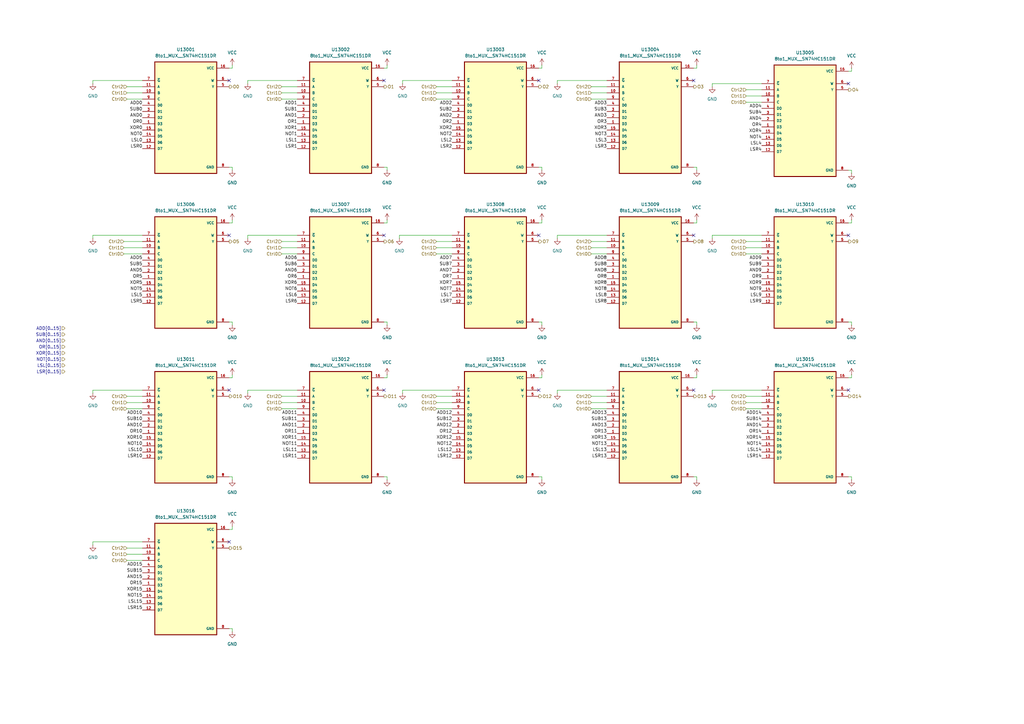
<source format=kicad_sch>
(kicad_sch (version 20250114) (generator "eeschema") (generator_version "9.0")
  (paper "A3")
  (title_block (title "ALU Output Multiplexer") (company "AGH Logic Unit") (comment 1 "mALUch project"))
  (lib_symbols
    (symbol "mALUch_lib:8to1_MUX__SN74HC151DR" (pin_names (offset 1.016))
      (property "Reference" "U" (at -12.7 23.86 0))
      (property "Value" "8to1_MUX__SN74HC151DR" (at -12.7 -26.86 0))
      (symbol "8to1_MUX__SN74HC151DR_0_0"
        (rectangle (start -12.7 -22.86) (end 12.7 22.86) (stroke (width 0.41)) (fill (type background)))
        (pin input line (at -17.78 15.24 0) (length 5.08) (name "~{G}") (number "7"))
        (pin input line (at -17.78 12.7 0) (length 5.08) (name "A") (number "11"))
        (pin input line (at -17.78 10.16 0) (length 5.08) (name "B") (number "10"))
        (pin input line (at -17.78 7.62 0) (length 5.08) (name "C") (number "9"))
        (pin input line (at -17.78 5.08 0) (length 5.08) (name "D0") (number "4"))
        (pin input line (at -17.78 2.54 0) (length 5.08) (name "D1") (number "3"))
        (pin input line (at -17.78 0 0) (length 5.08) (name "D2") (number "2"))
        (pin input line (at -17.78 -2.54 0) (length 5.08) (name "D3") (number "1"))
        (pin input line (at -17.78 -5.08 0) (length 5.08) (name "D4") (number "15"))
        (pin input line (at -17.78 -7.62 0) (length 5.08) (name "D5") (number "14"))
        (pin input line (at -17.78 -10.16 0) (length 5.08) (name "D6") (number "13"))
        (pin input line (at -17.78 -12.7 0) (length 5.08) (name "D7") (number "12"))
        (pin power_in line (at 17.78 20.32 180) (length 5.08) (name "VCC") (number "16"))
        (pin output line (at 17.78 15.24 180) (length 5.08) (name "W") (number "6"))
        (pin output line (at 17.78 12.7 180) (length 5.08) (name "Y") (number "5"))
        (pin power_in line (at 17.78 -20.32 180) (length 5.08) (name "GND") (number "8"))
      )
    )
    (symbol "power:GND" (power) (pin_numbers (hide yes)) (pin_names (offset 0) (hide yes))
      (property "Value" "GND" (at 0 -3.81 0))
      (symbol "GND_0_1"
        (polyline (pts (xy 0 0) (xy 0 -1.27) (xy 1.27 -1.27) (xy 0 -2.54) (xy -1.27 -1.27) (xy 0 -1.27)))
      )
      (symbol "GND_1_1"
        (pin power_in line (at 0 0 270) (length 0) (name "~") (number "1"))
      )
    )
    (symbol "power:VCC" (power) (pin_numbers (hide yes)) (pin_names (offset 0) (hide yes))
      (property "Value" "VCC" (at 0 3.556 0))
      (symbol "VCC_0_1"
        (polyline (pts (xy -0.762 1.27) (xy 0 2.54)))
        (polyline (pts (xy 0 2.54) (xy 0.762 1.27)))
        (polyline (pts (xy 0 0) (xy 0 2.54)))
      )
      (symbol "VCC_1_1"
        (pin power_in line (at 0 0 90) (length 0) (name "~") (number "1"))
      )
    )
  )
  (no_connect (at 93.98 96.52))
  (no_connect (at 93.98 222.25))
  (no_connect (at 284.48 33.02))
  (no_connect (at 347.98 34.29))
  (no_connect (at 347.98 96.52))
  (no_connect (at 93.98 160.02))
  (no_connect (at 284.48 160.02))
  (no_connect (at 157.48 96.52))
  (no_connect (at 93.98 33.02))
  (no_connect (at 220.98 160.02))
  (no_connect (at 284.48 96.52))
  (no_connect (at 347.98 160.02))
  (no_connect (at 220.98 96.52))
  (no_connect (at 157.48 33.02))
  (no_connect (at 220.98 33.02))
  (no_connect (at 157.48 160.02))
  (wire (pts (xy 285.75 196.85) (xy 285.75 195.58)))
  (wire (pts (xy 95.25 153.67) (xy 95.25 154.94)))
  (wire (pts (xy 95.25 154.94) (xy 93.98 154.94)))
  (wire (pts (xy 179.07 165.1) (xy 185.42 165.1)))
  (wire (pts (xy 101.6 97.79) (xy 101.6 96.52)))
  (wire (pts (xy 349.25 132.08) (xy 347.98 132.08)))
  (wire (pts (xy 95.25 132.08) (xy 93.98 132.08)))
  (wire (pts (xy 228.6 33.02) (xy 248.92 33.02)))
  (wire (pts (xy 306.07 162.56) (xy 312.42 162.56)))
  (wire (pts (xy 349.25 91.44) (xy 347.98 91.44)))
  (wire (pts (xy 285.75 90.17) (xy 285.75 91.44)))
  (wire (pts (xy 52.07 38.1) (xy 58.42 38.1)))
  (wire (pts (xy 242.57 101.6) (xy 248.92 101.6)))
  (wire (pts (xy 95.25 90.17) (xy 95.25 91.44)))
  (wire (pts (xy 349.25 196.85) (xy 349.25 195.58)))
  (wire (pts (xy 52.07 227.33) (xy 58.42 227.33)))
  (wire (pts (xy 95.25 91.44) (xy 93.98 91.44)))
  (wire (pts (xy 101.6 160.02) (xy 121.92 160.02)))
  (wire (pts (xy 95.25 26.67) (xy 95.25 27.94)))
  (wire (pts (xy 52.07 40.64) (xy 58.42 40.64)))
  (wire (pts (xy 222.25 27.94) (xy 220.98 27.94)))
  (wire (pts (xy 349.25 29.21) (xy 347.98 29.21)))
  (wire (pts (xy 158.75 69.85) (xy 158.75 68.58)))
  (wire (pts (xy 306.07 41.91) (xy 312.42 41.91)))
  (wire (pts (xy 228.6 160.02) (xy 248.92 160.02)))
  (wire (pts (xy 115.57 99.06) (xy 121.92 99.06)))
  (wire (pts (xy 115.57 38.1) (xy 121.92 38.1)))
  (wire (pts (xy 306.07 165.1) (xy 312.42 165.1)))
  (wire (pts (xy 158.75 195.58) (xy 157.48 195.58)))
  (wire (pts (xy 228.6 161.29) (xy 228.6 160.02)))
  (wire (pts (xy 38.1 96.52) (xy 58.42 96.52)))
  (wire (pts (xy 349.25 71.12) (xy 349.25 69.85)))
  (wire (pts (xy 95.25 27.94) (xy 93.98 27.94)))
  (wire (pts (xy 158.75 196.85) (xy 158.75 195.58)))
  (wire (pts (xy 285.75 154.94) (xy 284.48 154.94)))
  (wire (pts (xy 163.83 96.52) (xy 185.42 96.52)))
  (wire (pts (xy 306.07 101.6) (xy 312.42 101.6)))
  (wire (pts (xy 165.1 34.29) (xy 165.1 33.02)))
  (wire (pts (xy 158.75 26.67) (xy 158.75 27.94)))
  (wire (pts (xy 158.75 153.67) (xy 158.75 154.94)))
  (wire (pts (xy 158.75 68.58) (xy 157.48 68.58)))
  (wire (pts (xy 101.6 33.02) (xy 121.92 33.02)))
  (wire (pts (xy 38.1 222.25) (xy 58.42 222.25)))
  (wire (pts (xy 115.57 40.64) (xy 121.92 40.64)))
  (wire (pts (xy 52.07 229.87) (xy 58.42 229.87)))
  (wire (pts (xy 50.8 104.14) (xy 58.42 104.14)))
  (wire (pts (xy 158.75 91.44) (xy 157.48 91.44)))
  (wire (pts (xy 38.1 97.79) (xy 38.1 96.52)))
  (wire (pts (xy 52.07 224.79) (xy 58.42 224.79)))
  (wire (pts (xy 52.07 162.56) (xy 58.42 162.56)))
  (wire (pts (xy 349.25 133.35) (xy 349.25 132.08)))
  (wire (pts (xy 285.75 26.67) (xy 285.75 27.94)))
  (wire (pts (xy 101.6 34.29) (xy 101.6 33.02)))
  (wire (pts (xy 222.25 90.17) (xy 222.25 91.44)))
  (wire (pts (xy 95.25 195.58) (xy 93.98 195.58)))
  (wire (pts (xy 95.25 196.85) (xy 95.25 195.58)))
  (wire (pts (xy 50.8 99.06) (xy 58.42 99.06)))
  (wire (pts (xy 306.07 36.83) (xy 312.42 36.83)))
  (wire (pts (xy 179.07 38.1) (xy 185.42 38.1)))
  (wire (pts (xy 38.1 34.29) (xy 38.1 33.02)))
  (wire (pts (xy 292.1 160.02) (xy 312.42 160.02)))
  (wire (pts (xy 242.57 99.06) (xy 248.92 99.06)))
  (wire (pts (xy 306.07 167.64) (xy 312.42 167.64)))
  (wire (pts (xy 38.1 160.02) (xy 58.42 160.02)))
  (wire (pts (xy 179.07 35.56) (xy 185.42 35.56)))
  (wire (pts (xy 222.25 132.08) (xy 220.98 132.08)))
  (wire (pts (xy 222.25 69.85) (xy 222.25 68.58)))
  (wire (pts (xy 228.6 97.79) (xy 228.6 96.52)))
  (wire (pts (xy 95.25 259.08) (xy 95.25 257.81)))
  (wire (pts (xy 242.57 38.1) (xy 248.92 38.1)))
  (wire (pts (xy 115.57 162.56) (xy 121.92 162.56)))
  (wire (pts (xy 222.25 154.94) (xy 220.98 154.94)))
  (wire (pts (xy 95.25 217.17) (xy 93.98 217.17)))
  (wire (pts (xy 179.07 101.6) (xy 185.42 101.6)))
  (wire (pts (xy 285.75 68.58) (xy 284.48 68.58)))
  (wire (pts (xy 349.25 27.94) (xy 349.25 29.21)))
  (wire (pts (xy 158.75 132.08) (xy 157.48 132.08)))
  (wire (pts (xy 285.75 69.85) (xy 285.75 68.58)))
  (wire (pts (xy 228.6 34.29) (xy 228.6 33.02)))
  (wire (pts (xy 242.57 104.14) (xy 248.92 104.14)))
  (wire (pts (xy 95.25 257.81) (xy 93.98 257.81)))
  (wire (pts (xy 101.6 96.52) (xy 121.92 96.52)))
  (wire (pts (xy 222.25 196.85) (xy 222.25 195.58)))
  (wire (pts (xy 95.25 69.85) (xy 95.25 68.58)))
  (wire (pts (xy 38.1 161.29) (xy 38.1 160.02)))
  (wire (pts (xy 349.25 153.67) (xy 349.25 154.94)))
  (wire (pts (xy 222.25 195.58) (xy 220.98 195.58)))
  (wire (pts (xy 292.1 96.52) (xy 312.42 96.52)))
  (wire (pts (xy 242.57 162.56) (xy 248.92 162.56)))
  (wire (pts (xy 165.1 33.02) (xy 185.42 33.02)))
  (wire (pts (xy 179.07 104.14) (xy 185.42 104.14)))
  (wire (pts (xy 115.57 104.14) (xy 121.92 104.14)))
  (wire (pts (xy 292.1 35.56) (xy 292.1 34.29)))
  (wire (pts (xy 285.75 132.08) (xy 284.48 132.08)))
  (wire (pts (xy 38.1 33.02) (xy 58.42 33.02)))
  (wire (pts (xy 242.57 35.56) (xy 248.92 35.56)))
  (wire (pts (xy 179.07 167.64) (xy 185.42 167.64)))
  (wire (pts (xy 95.25 68.58) (xy 93.98 68.58)))
  (wire (pts (xy 349.25 90.17) (xy 349.25 91.44)))
  (wire (pts (xy 285.75 133.35) (xy 285.75 132.08)))
  (wire (pts (xy 179.07 99.06) (xy 185.42 99.06)))
  (wire (pts (xy 242.57 40.64) (xy 248.92 40.64)))
  (wire (pts (xy 306.07 104.14) (xy 312.42 104.14)))
  (wire (pts (xy 115.57 101.6) (xy 121.92 101.6)))
  (wire (pts (xy 285.75 91.44) (xy 284.48 91.44)))
  (wire (pts (xy 349.25 195.58) (xy 347.98 195.58)))
  (wire (pts (xy 222.25 68.58) (xy 220.98 68.58)))
  (wire (pts (xy 292.1 34.29) (xy 312.42 34.29)))
  (wire (pts (xy 306.07 99.06) (xy 312.42 99.06)))
  (wire (pts (xy 158.75 90.17) (xy 158.75 91.44)))
  (wire (pts (xy 52.07 165.1) (xy 58.42 165.1)))
  (wire (pts (xy 242.57 167.64) (xy 248.92 167.64)))
  (wire (pts (xy 285.75 153.67) (xy 285.75 154.94)))
  (wire (pts (xy 306.07 39.37) (xy 312.42 39.37)))
  (wire (pts (xy 158.75 133.35) (xy 158.75 132.08)))
  (wire (pts (xy 349.25 69.85) (xy 347.98 69.85)))
  (wire (pts (xy 52.07 35.56) (xy 58.42 35.56)))
  (wire (pts (xy 52.07 167.64) (xy 58.42 167.64)))
  (wire (pts (xy 165.1 160.02) (xy 185.42 160.02)))
  (wire (pts (xy 292.1 97.79) (xy 292.1 96.52)))
  (wire (pts (xy 222.25 26.67) (xy 222.25 27.94)))
  (wire (pts (xy 222.25 91.44) (xy 220.98 91.44)))
  (wire (pts (xy 222.25 133.35) (xy 222.25 132.08)))
  (wire (pts (xy 285.75 195.58) (xy 284.48 195.58)))
  (wire (pts (xy 50.8 101.6) (xy 58.42 101.6)))
  (wire (pts (xy 222.25 153.67) (xy 222.25 154.94)))
  (wire (pts (xy 179.07 40.64) (xy 185.42 40.64)))
  (wire (pts (xy 95.25 215.9) (xy 95.25 217.17)))
  (wire (pts (xy 285.75 27.94) (xy 284.48 27.94)))
  (wire (pts (xy 163.83 97.79) (xy 163.83 96.52)))
  (wire (pts (xy 95.25 133.35) (xy 95.25 132.08)))
  (wire (pts (xy 349.25 154.94) (xy 347.98 154.94)))
  (wire (pts (xy 38.1 223.52) (xy 38.1 222.25)))
  (wire (pts (xy 292.1 161.29) (xy 292.1 160.02)))
  (wire (pts (xy 179.07 162.56) (xy 185.42 162.56)))
  (wire (pts (xy 115.57 35.56) (xy 121.92 35.56)))
  (wire (pts (xy 115.57 167.64) (xy 121.92 167.64)))
  (wire (pts (xy 158.75 27.94) (xy 157.48 27.94)))
  (wire (pts (xy 165.1 161.29) (xy 165.1 160.02)))
  (wire (pts (xy 115.57 165.1) (xy 121.92 165.1)))
  (wire (pts (xy 228.6 96.52) (xy 248.92 96.52)))
  (wire (pts (xy 101.6 161.29) (xy 101.6 160.02)))
  (wire (pts (xy 158.75 154.94) (xy 157.48 154.94)))
  (wire (pts (xy 242.57 165.1) (xy 248.92 165.1)))
  (label "LSR0" (at 58.42 60.96 180))
  (label "OR7" (at 185.42 114.3 180))
  (label "OR3" (at 248.92 50.8 180))
  (label "OR8" (at 248.92 114.3 180))
  (label "OR2" (at 185.42 50.8 180))
  (label "OR4" (at 312.42 52.07 180))
  (label "OR9" (at 312.42 114.3 180))
  (label "OR12" (at 185.42 177.8 180))
  (label "OR14" (at 312.42 177.8 180))
  (label "OR13" (at 248.92 177.8 180))
  (label "OR5" (at 58.42 114.3 180))
  (label "OR10" (at 58.42 177.8 180))
  (label "OR1" (at 121.92 50.8 180))
  (label "OR15" (at 58.42 240.03 180))
  (label "OR11" (at 121.92 177.8 180))
  (label "OR6" (at 121.92 114.3 180))
  (label "LSL7" (at 185.42 121.92 180))
  (label "LSL3" (at 248.92 58.42 180))
  (label "LSL8" (at 248.92 121.92 180))
  (label "LSL2" (at 185.42 58.42 180))
  (label "LSL4" (at 312.42 59.69 180))
  (label "LSL9" (at 312.42 121.92 180))
  (label "LSL12" (at 185.42 185.42 180))
  (label "LSL13" (at 248.92 185.42 180))
  (label "LSL14" (at 312.42 185.42 180))
  (label "LSL5" (at 58.42 121.92 180))
  (label "LSL10" (at 58.42 185.42 180))
  (label "LSL1" (at 121.92 58.42 180))
  (label "LSL15" (at 58.42 247.65 180))
  (label "LSL11" (at 121.92 185.42 180))
  (label "LSL6" (at 121.92 121.92 180))
  (label "LSL0" (at 58.42 58.42 180))
  (label "ADD7" (at 185.42 106.68 180))
  (label "ADD3" (at 248.92 43.18 180))
  (label "ADD8" (at 248.92 106.68 180))
  (label "ADD2" (at 185.42 43.18 180))
  (label "ADD4" (at 312.42 44.45 180))
  (label "ADD9" (at 312.42 106.68 180))
  (label "ADD12" (at 185.42 170.18 180))
  (label "ADD14" (at 312.42 170.18 180))
  (label "ADD13" (at 248.92 170.18 180))
  (label "ADD5" (at 58.42 106.68 180))
  (label "ADD10" (at 58.42 170.18 180))
  (label "ADD1" (at 121.92 43.18 180))
  (label "ADD15" (at 58.42 232.41 180))
  (label "ADD11" (at 121.92 170.18 180))
  (label "ADD6" (at 121.92 106.68 180))
  (label "ADD0" (at 58.42 43.18 180))
  (label "AND0" (at 58.42 48.26 180))
  (label "SUB7" (at 185.42 109.22 180))
  (label "SUB3" (at 248.92 45.72 180))
  (label "SUB8" (at 248.92 109.22 180))
  (label "SUB2" (at 185.42 45.72 180))
  (label "SUB4" (at 312.42 46.99 180))
  (label "SUB9" (at 312.42 109.22 180))
  (label "SUB12" (at 185.42 172.72 180))
  (label "SUB14" (at 312.42 172.72 180))
  (label "SUB13" (at 248.92 172.72 180))
  (label "SUB5" (at 58.42 109.22 180))
  (label "SUB10" (at 58.42 172.72 180))
  (label "SUB1" (at 121.92 45.72 180))
  (label "SUB15" (at 58.42 234.95 180))
  (label "SUB11" (at 121.92 172.72 180))
  (label "SUB6" (at 121.92 109.22 180))
  (label "AND7" (at 185.42 111.76 180))
  (label "AND3" (at 248.92 48.26 180))
  (label "AND8" (at 248.92 111.76 180))
  (label "AND2" (at 185.42 48.26 180))
  (label "AND4" (at 312.42 49.53 180))
  (label "AND9" (at 312.42 111.76 180))
  (label "AND12" (at 185.42 175.26 180))
  (label "AND14" (at 312.42 175.26 180))
  (label "AND13" (at 248.92 175.26 180))
  (label "AND5" (at 58.42 111.76 180))
  (label "AND10" (at 58.42 175.26 180))
  (label "AND1" (at 121.92 48.26 180))
  (label "AND15" (at 58.42 237.49 180))
  (label "AND11" (at 121.92 175.26 180))
  (label "AND6" (at 121.92 111.76 180))
  (label "NOT0" (at 58.42 55.88 180))
  (label "NOT7" (at 185.42 119.38 180))
  (label "NOT3" (at 248.92 55.88 180))
  (label "NOT8" (at 248.92 119.38 180))
  (label "NOT2" (at 185.42 55.88 180))
  (label "NOT4" (at 312.42 57.15 180))
  (label "NOT9" (at 312.42 119.38 180))
  (label "NOT12" (at 185.42 182.88 180))
  (label "NOT14" (at 312.42 182.88 180))
  (label "NOT13" (at 248.92 182.88 180))
  (label "NOT5" (at 58.42 119.38 180))
  (label "NOT10" (at 58.42 182.88 180))
  (label "NOT1" (at 121.92 55.88 180))
  (label "NOT15" (at 58.42 245.11 180))
  (label "NOT11" (at 121.92 182.88 180))
  (label "NOT6" (at 121.92 119.38 180))
  (label "XOR7" (at 185.42 116.84 180))
  (label "XOR3" (at 248.92 53.34 180))
  (label "XOR8" (at 248.92 116.84 180))
  (label "XOR2" (at 185.42 53.34 180))
  (label "XOR4" (at 312.42 54.61 180))
  (label "XOR9" (at 312.42 116.84 180))
  (label "XOR12" (at 185.42 180.34 180))
  (label "XOR14" (at 312.42 180.34 180))
  (label "XOR13" (at 248.92 180.34 180))
  (label "XOR5" (at 58.42 116.84 180))
  (label "XOR10" (at 58.42 180.34 180))
  (label "XOR1" (at 121.92 53.34 180))
  (label "XOR15" (at 58.42 242.57 180))
  (label "XOR11" (at 121.92 180.34 180))
  (label "XOR6" (at 121.92 116.84 180))
  (label "LSR7" (at 185.42 124.46 180))
  (label "LSR3" (at 248.92 60.96 180))
  (label "LSR8" (at 248.92 124.46 180))
  (label "LSR2" (at 185.42 60.96 180))
  (label "LSR4" (at 312.42 62.23 180))
  (label "LSR9" (at 312.42 124.46 180))
  (label "LSR12" (at 185.42 187.96 180))
  (label "LSR13" (at 248.92 187.96 180))
  (label "LSR14" (at 312.42 187.96 180))
  (label "LSR5" (at 58.42 124.46 180))
  (label "LSR10" (at 58.42 187.96 180))
  (label "LSR1" (at 121.92 60.96 180))
  (label "LSR15" (at 58.42 250.19 180))
  (label "LSR11" (at 121.92 187.96 180))
  (label "LSR6" (at 121.92 124.46 180))
  (label "OR0" (at 58.42 50.8 180))
  (label "XOR0" (at 58.42 53.34 180))
  (label "SUB0" (at 58.42 45.72 180))
  (hierarchical_label "Ctrl0" (shape input) (at 50.8 104.14 180))
  (hierarchical_label "Ctrl2" (shape input) (at 50.8 99.06 180))
  (hierarchical_label "Ctrl2" (shape input) (at 179.07 99.06 180))
  (hierarchical_label "Ctrl1" (shape input) (at 306.07 165.1 180))
  (hierarchical_label "Ctrl0" (shape input) (at 52.07 229.87 180))
  (hierarchical_label "Ctrl1" (shape input) (at 179.07 101.6 180))
  (hierarchical_label "Ctrl0" (shape input) (at 52.07 167.64 180))
  (hierarchical_label "O1" (shape output) (at 157.48 35.56 0))
  (hierarchical_label "AND[0..15]" (shape input) (at 26.67 139.7 180))
  (hierarchical_label "Ctrl0" (shape input) (at 52.07 40.64 180))
  (hierarchical_label "Ctrl1" (shape input) (at 115.57 101.6 180))
  (hierarchical_label "O15" (shape output) (at 93.98 224.79 0))
  (hierarchical_label "O9" (shape output) (at 347.98 99.06 0))
  (hierarchical_label "Ctrl2" (shape input) (at 242.57 162.56 180))
  (hierarchical_label "O8" (shape output) (at 284.48 99.06 0))
  (hierarchical_label "Ctrl2" (shape input) (at 52.07 162.56 180))
  (hierarchical_label "O6" (shape output) (at 157.48 99.06 0))
  (hierarchical_label "Ctrl1" (shape input) (at 242.57 165.1 180))
  (hierarchical_label "ADD[0..15]" (shape input) (at 26.67 134.62 180))
  (hierarchical_label "Ctrl2" (shape input) (at 52.07 224.79 180))
  (hierarchical_label "Ctrl0" (shape input) (at 115.57 167.64 180))
  (hierarchical_label "Ctrl1" (shape input) (at 179.07 165.1 180))
  (hierarchical_label "Ctrl2" (shape input) (at 306.07 36.83 180))
  (hierarchical_label "O11" (shape output) (at 157.48 162.56 0))
  (hierarchical_label "Ctrl1" (shape input) (at 179.07 38.1 180))
  (hierarchical_label "O2" (shape output) (at 220.98 35.56 0))
  (hierarchical_label "Ctrl0" (shape input) (at 242.57 104.14 180))
  (hierarchical_label "O14" (shape output) (at 347.98 162.56 0))
  (hierarchical_label "Ctrl0" (shape input) (at 179.07 104.14 180))
  (hierarchical_label "O0" (shape output) (at 93.98 35.56 0))
  (hierarchical_label "O13" (shape output) (at 284.48 162.56 0))
  (hierarchical_label "O10" (shape output) (at 93.98 162.56 0))
  (hierarchical_label "Ctrl2" (shape input) (at 115.57 99.06 180))
  (hierarchical_label "SUB[0..15]" (shape input) (at 26.67 137.16 180))
  (hierarchical_label "Ctrl1" (shape input) (at 242.57 101.6 180))
  (hierarchical_label "Ctrl2" (shape input) (at 242.57 35.56 180))
  (hierarchical_label "O7" (shape output) (at 220.98 99.06 0))
  (hierarchical_label "Ctrl0" (shape input) (at 306.07 104.14 180))
  (hierarchical_label "LSL[0..15]" (shape input) (at 26.67 149.86 180))
  (hierarchical_label "Ctrl2" (shape input) (at 306.07 99.06 180))
  (hierarchical_label "O3" (shape output) (at 284.48 35.56 0))
  (hierarchical_label "Ctrl2" (shape input) (at 115.57 35.56 180))
  (hierarchical_label "Ctrl1" (shape input) (at 115.57 165.1 180))
  (hierarchical_label "O5" (shape output) (at 93.98 99.06 0))
  (hierarchical_label "Ctrl1" (shape input) (at 52.07 165.1 180))
  (hierarchical_label "OR[0..15]" (shape input) (at 26.67 142.24 180))
  (hierarchical_label "Ctrl1" (shape input) (at 52.07 38.1 180))
  (hierarchical_label "Ctrl0" (shape input) (at 242.57 167.64 180))
  (hierarchical_label "Ctrl0" (shape input) (at 179.07 167.64 180))
  (hierarchical_label "Ctrl2" (shape input) (at 179.07 162.56 180))
  (hierarchical_label "Ctrl1" (shape input) (at 242.57 38.1 180))
  (hierarchical_label "Ctrl0" (shape input) (at 242.57 40.64 180))
  (hierarchical_label "Ctrl0" (shape input) (at 306.07 41.91 180))
  (hierarchical_label "NOT[0..15]" (shape input) (at 26.67 147.32 180))
  (hierarchical_label "Ctrl2" (shape input) (at 242.57 99.06 180))
  (hierarchical_label "O4" (shape output) (at 347.98 36.83 0))
  (hierarchical_label "Ctrl0" (shape input) (at 115.57 40.64 180))
  (hierarchical_label "Ctrl0" (shape input) (at 115.57 104.14 180))
  (hierarchical_label "Ctrl2" (shape input) (at 179.07 35.56 180))
  (hierarchical_label "XOR[0..15]" (shape input) (at 26.67 144.78 180))
  (hierarchical_label "O12" (shape output) (at 220.98 162.56 0))
  (hierarchical_label "Ctrl1" (shape input) (at 115.57 38.1 180))
  (hierarchical_label "Ctrl0" (shape input) (at 306.07 167.64 180))
  (hierarchical_label "Ctrl1" (shape input) (at 52.07 227.33 180))
  (hierarchical_label "Ctrl1" (shape input) (at 306.07 39.37 180))
  (hierarchical_label "Ctrl2" (shape input) (at 115.57 162.56 180))
  (hierarchical_label "Ctrl1" (shape input) (at 306.07 101.6 180))
  (hierarchical_label "Ctrl2" (shape input) (at 52.07 35.56 180))
  (hierarchical_label "LSR[0..15]" (shape input) (at 26.67 152.4 180))
  (hierarchical_label "Ctrl1" (shape input) (at 50.8 101.6 180))
  (hierarchical_label "Ctrl0" (shape input) (at 179.07 40.64 180))
  (hierarchical_label "Ctrl2" (shape input) (at 306.07 162.56 180))
  (symbol (lib_id "power:GND") (at 95.25 133.35 0) (unit 1)
    (property "Reference" "#PWR013026" (effects (hide yes)))
    (property "Value" "GND" (at 95.25 138.43 0))
    (property "Description" "Power symbol creates a global label with name \"GND\" , ground" (effects (hide yes)))
  )
  (symbol (lib_id "power:GND") (at 101.6 34.29 0) (unit 1)
    (property "Reference" "#PWR013007" (effects (hide yes)))
    (property "Value" "GND" (at 101.6 39.37 0))
    (property "Description" "Power symbol creates a global label with name \"GND\" , ground" (effects (hide yes)))
  )
  (symbol (lib_id "power:GND") (at 38.1 161.29 0) (unit 1)
    (property "Reference" "#PWR013036" (effects (hide yes)))
    (property "Value" "GND" (at 38.1 166.37 0))
    (property "Description" "Power symbol creates a global label with name \"GND\" , ground" (effects (hide yes)))
  )
  (symbol (lib_id "power:GND") (at 38.1 223.52 0) (unit 1)
    (property "Reference" "#PWR013047" (effects (hide yes)))
    (property "Value" "GND" (at 38.1 228.6 0))
    (property "Description" "Power symbol creates a global label with name \"GND\" , ground" (effects (hide yes)))
  )
  (symbol (lib_id "power:GND") (at 292.1 161.29 0) (unit 1)
    (property "Reference" "#PWR013040" (effects (hide yes)))
    (property "Value" "GND" (at 292.1 166.37 0))
    (property "Description" "Power symbol creates a global label with name \"GND\" , ground" (effects (hide yes)))
  )
  (symbol (lib_id "power:GND") (at 228.6 34.29 0) (unit 1)
    (property "Reference" "#PWR013009" (effects (hide yes)))
    (property "Value" "GND" (at 228.6 39.37 0))
    (property "Description" "Power symbol creates a global label with name \"GND\" , ground" (effects (hide yes)))
  )
  (symbol (lib_id "power:VCC") (at 95.25 90.17 0) (unit 1)
    (property "Reference" "#PWR013016" (effects (hide yes)))
    (property "Value" "VCC" (at 95.25 85.09 0))
    (property "Description" "Power symbol creates a global label with name \"VCC\"" (effects (hide yes)))
  )
  (symbol (lib_id "power:GND") (at 101.6 161.29 0) (unit 1)
    (property "Reference" "#PWR013037" (effects (hide yes)))
    (property "Value" "GND" (at 101.6 166.37 0))
    (property "Description" "Power symbol creates a global label with name \"GND\" , ground" (effects (hide yes)))
  )
  (symbol (lib_id "mALUch_lib:8to1_MUX__SN74HC151DR") (at 330.2 175.26 0) (unit 1)
    (property "Reference" "U13015" (at 330.2 147.32 0))
    (property "Value" "8to1_MUX__SN74HC151DR" (at 330.2 149.86 0))
    (property "Footprint" "mALUch_lib:SOIC127P600X175-16N" (effects (hide yes)))
    (property "MF" "Texas Instruments" (effects (hide yes)))
    (property "Description_1" "8-Line To 1-Line Data Selectors/Multiplexers" (effects (hide yes)))
    (property "Package" "SOIC-16 Texas Instruments" (effects (hide yes)))
    (property "Price" "None" (effects (hide yes)))
    (property "SnapEDA_Link" "https://www.snapeda.com/parts/SN74HC151DR/Texas+Instruments/view-part/?ref=snap" (effects (hide yes)))
    (property "MP" "SN74HC151DR" (effects (hide yes)))
    (property "Availability" "In Stock" (effects (hide yes)))
    (property "Check_prices" "https://www.snapeda.com/parts/SN74HC151DR/Texas+Instruments/view-part/?ref=eda" (effects (hide yes)))
  )
  (symbol (lib_id "power:GND") (at 222.25 133.35 0) (unit 1)
    (property "Reference" "#PWR013028" (effects (hide yes)))
    (property "Value" "GND" (at 222.25 138.43 0))
    (property "Description" "Power symbol creates a global label with name \"GND\" , ground" (effects (hide yes)))
  )
  (symbol (lib_id "power:VCC") (at 222.25 90.17 0) (unit 1)
    (property "Reference" "#PWR013018" (effects (hide yes)))
    (property "Value" "VCC" (at 222.25 85.09 0))
    (property "Description" "Power symbol creates a global label with name \"VCC\"" (effects (hide yes)))
  )
  (symbol (lib_id "power:VCC") (at 222.25 26.67 0) (unit 1)
    (property "Reference" "#PWR013003" (effects (hide yes)))
    (property "Value" "VCC" (at 222.25 21.59 0))
    (property "Description" "Power symbol creates a global label with name \"VCC\"" (effects (hide yes)))
  )
  (symbol (lib_id "mALUch_lib:8to1_MUX__SN74HC151DR") (at 203.2 111.76 0) (unit 1)
    (property "Reference" "U13008" (at 203.2 83.82 0))
    (property "Value" "8to1_MUX__SN74HC151DR" (at 203.2 86.36 0))
    (property "Footprint" "mALUch_lib:SOIC127P600X175-16N" (effects (hide yes)))
    (property "MF" "Texas Instruments" (effects (hide yes)))
    (property "Description_1" "8-Line To 1-Line Data Selectors/Multiplexers" (effects (hide yes)))
    (property "Package" "SOIC-16 Texas Instruments" (effects (hide yes)))
    (property "Price" "None" (effects (hide yes)))
    (property "SnapEDA_Link" "https://www.snapeda.com/parts/SN74HC151DR/Texas+Instruments/view-part/?ref=snap" (effects (hide yes)))
    (property "MP" "SN74HC151DR" (effects (hide yes)))
    (property "Availability" "In Stock" (effects (hide yes)))
    (property "Check_prices" "https://www.snapeda.com/parts/SN74HC151DR/Texas+Instruments/view-part/?ref=eda" (effects (hide yes)))
  )
  (symbol (lib_id "power:GND") (at 165.1 161.29 0) (unit 1)
    (property "Reference" "#PWR013038" (effects (hide yes)))
    (property "Value" "GND" (at 165.1 166.37 0))
    (property "Description" "Power symbol creates a global label with name \"GND\" , ground" (effects (hide yes)))
  )
  (symbol (lib_id "power:GND") (at 292.1 97.79 0) (unit 1)
    (property "Reference" "#PWR013025" (effects (hide yes)))
    (property "Value" "GND" (at 292.1 102.87 0))
    (property "Description" "Power symbol creates a global label with name \"GND\" , ground" (effects (hide yes)))
  )
  (symbol (lib_id "power:GND") (at 101.6 97.79 0) (unit 1)
    (property "Reference" "#PWR013022" (effects (hide yes)))
    (property "Value" "GND" (at 101.6 102.87 0))
    (property "Description" "Power symbol creates a global label with name \"GND\" , ground" (effects (hide yes)))
  )
  (symbol (lib_id "power:GND") (at 349.25 196.85 0) (unit 1)
    (property "Reference" "#PWR013045" (effects (hide yes)))
    (property "Value" "GND" (at 349.25 201.93 0))
    (property "Description" "Power symbol creates a global label with name \"GND\" , ground" (effects (hide yes)))
  )
  (symbol (lib_id "power:GND") (at 349.25 71.12 0) (unit 1)
    (property "Reference" "#PWR013015" (effects (hide yes)))
    (property "Value" "GND" (at 349.25 76.2 0))
    (property "Description" "Power symbol creates a global label with name \"GND\" , ground" (effects (hide yes)))
  )
  (symbol (lib_id "mALUch_lib:8to1_MUX__SN74HC151DR") (at 266.7 48.26 0) (unit 1)
    (property "Reference" "U13004" (at 266.7 20.32 0))
    (property "Value" "8to1_MUX__SN74HC151DR" (at 266.7 22.86 0))
    (property "Footprint" "mALUch_lib:SOIC127P600X175-16N" (effects (hide yes)))
    (property "MF" "Texas Instruments" (effects (hide yes)))
    (property "Description_1" "8-Line To 1-Line Data Selectors/Multiplexers" (effects (hide yes)))
    (property "Package" "SOIC-16 Texas Instruments" (effects (hide yes)))
    (property "Price" "None" (effects (hide yes)))
    (property "SnapEDA_Link" "https://www.snapeda.com/parts/SN74HC151DR/Texas+Instruments/view-part/?ref=snap" (effects (hide yes)))
    (property "MP" "SN74HC151DR" (effects (hide yes)))
    (property "Availability" "In Stock" (effects (hide yes)))
    (property "Check_prices" "https://www.snapeda.com/parts/SN74HC151DR/Texas+Instruments/view-part/?ref=eda" (effects (hide yes)))
  )
  (symbol (lib_id "power:VCC") (at 349.25 27.94 0) (unit 1)
    (property "Reference" "#PWR013005" (effects (hide yes)))
    (property "Value" "VCC" (at 349.25 22.86 0))
    (property "Description" "Power symbol creates a global label with name \"VCC\"" (effects (hide yes)))
  )
  (symbol (lib_id "power:GND") (at 158.75 196.85 0) (unit 1)
    (property "Reference" "#PWR013042" (effects (hide yes)))
    (property "Value" "GND" (at 158.75 201.93 0))
    (property "Description" "Power symbol creates a global label with name \"GND\" , ground" (effects (hide yes)))
  )
  (symbol (lib_id "power:VCC") (at 285.75 26.67 0) (unit 1)
    (property "Reference" "#PWR013004" (effects (hide yes)))
    (property "Value" "VCC" (at 285.75 21.59 0))
    (property "Description" "Power symbol creates a global label with name \"VCC\"" (effects (hide yes)))
  )
  (symbol (lib_id "power:VCC") (at 222.25 153.67 0) (unit 1)
    (property "Reference" "#PWR013033" (effects (hide yes)))
    (property "Value" "VCC" (at 222.25 148.59 0))
    (property "Description" "Power symbol creates a global label with name \"VCC\"" (effects (hide yes)))
  )
  (symbol (lib_id "power:VCC") (at 349.25 90.17 0) (unit 1)
    (property "Reference" "#PWR013020" (effects (hide yes)))
    (property "Value" "VCC" (at 349.25 85.09 0))
    (property "Description" "Power symbol creates a global label with name \"VCC\"" (effects (hide yes)))
  )
  (symbol (lib_id "mALUch_lib:8to1_MUX__SN74HC151DR") (at 139.7 111.76 0) (unit 1)
    (property "Reference" "U13007" (at 139.7 83.82 0))
    (property "Value" "8to1_MUX__SN74HC151DR" (at 139.7 86.36 0))
    (property "Footprint" "mALUch_lib:SOIC127P600X175-16N" (effects (hide yes)))
    (property "MF" "Texas Instruments" (effects (hide yes)))
    (property "Description_1" "8-Line To 1-Line Data Selectors/Multiplexers" (effects (hide yes)))
    (property "Package" "SOIC-16 Texas Instruments" (effects (hide yes)))
    (property "Price" "None" (effects (hide yes)))
    (property "SnapEDA_Link" "https://www.snapeda.com/parts/SN74HC151DR/Texas+Instruments/view-part/?ref=snap" (effects (hide yes)))
    (property "MP" "SN74HC151DR" (effects (hide yes)))
    (property "Availability" "In Stock" (effects (hide yes)))
    (property "Check_prices" "https://www.snapeda.com/parts/SN74HC151DR/Texas+Instruments/view-part/?ref=eda" (effects (hide yes)))
  )
  (symbol (lib_id "power:VCC") (at 158.75 26.67 0) (unit 1)
    (property "Reference" "#PWR013002" (effects (hide yes)))
    (property "Value" "VCC" (at 158.75 21.59 0))
    (property "Description" "Power symbol creates a global label with name \"VCC\"" (effects (hide yes)))
  )
  (symbol (lib_id "power:VCC") (at 95.25 215.9 0) (unit 1)
    (property "Reference" "#PWR013046" (effects (hide yes)))
    (property "Value" "VCC" (at 95.25 210.82 0))
    (property "Description" "Power symbol creates a global label with name \"VCC\"" (effects (hide yes)))
  )
  (symbol (lib_id "power:GND") (at 165.1 34.29 0) (unit 1)
    (property "Reference" "#PWR013008" (effects (hide yes)))
    (property "Value" "GND" (at 165.1 39.37 0))
    (property "Description" "Power symbol creates a global label with name \"GND\" , ground" (effects (hide yes)))
  )
  (symbol (lib_id "mALUch_lib:8to1_MUX__SN74HC151DR") (at 203.2 48.26 0) (unit 1)
    (property "Reference" "U13003" (at 203.2 20.32 0))
    (property "Value" "8to1_MUX__SN74HC151DR" (at 203.2 22.86 0))
    (property "Footprint" "mALUch_lib:SOIC127P600X175-16N" (effects (hide yes)))
    (property "MF" "Texas Instruments" (effects (hide yes)))
    (property "Description_1" "8-Line To 1-Line Data Selectors/Multiplexers" (effects (hide yes)))
    (property "Package" "SOIC-16 Texas Instruments" (effects (hide yes)))
    (property "Price" "None" (effects (hide yes)))
    (property "SnapEDA_Link" "https://www.snapeda.com/parts/SN74HC151DR/Texas+Instruments/view-part/?ref=snap" (effects (hide yes)))
    (property "MP" "SN74HC151DR" (effects (hide yes)))
    (property "Availability" "In Stock" (effects (hide yes)))
    (property "Check_prices" "https://www.snapeda.com/parts/SN74HC151DR/Texas+Instruments/view-part/?ref=eda" (effects (hide yes)))
  )
  (symbol (lib_id "mALUch_lib:8to1_MUX__SN74HC151DR") (at 76.2 48.26 0) (unit 1)
    (property "Reference" "U13001" (at 76.2 20.32 0))
    (property "Value" "8to1_MUX__SN74HC151DR" (at 76.2 22.86 0))
    (property "Footprint" "mALUch_lib:SOIC127P600X175-16N" (effects (hide yes)))
    (property "MF" "Texas Instruments" (effects (hide yes)))
    (property "Description_1" "8-Line To 1-Line Data Selectors/Multiplexers" (effects (hide yes)))
    (property "Package" "SOIC-16 Texas Instruments" (effects (hide yes)))
    (property "Price" "None" (effects (hide yes)))
    (property "SnapEDA_Link" "https://www.snapeda.com/parts/SN74HC151DR/Texas+Instruments/view-part/?ref=snap" (effects (hide yes)))
    (property "MP" "SN74HC151DR" (effects (hide yes)))
    (property "Availability" "In Stock" (effects (hide yes)))
    (property "Check_prices" "https://www.snapeda.com/parts/SN74HC151DR/Texas+Instruments/view-part/?ref=eda" (effects (hide yes)))
  )
  (symbol (lib_id "power:VCC") (at 349.25 153.67 0) (unit 1)
    (property "Reference" "#PWR013035" (effects (hide yes)))
    (property "Value" "VCC" (at 349.25 148.59 0))
    (property "Description" "Power symbol creates a global label with name \"VCC\"" (effects (hide yes)))
  )
  (symbol (lib_id "power:GND") (at 38.1 97.79 0) (unit 1)
    (property "Reference" "#PWR013021" (effects (hide yes)))
    (property "Value" "GND" (at 38.1 102.87 0))
    (property "Description" "Power symbol creates a global label with name \"GND\" , ground" (effects (hide yes)))
  )
  (symbol (lib_id "mALUch_lib:8to1_MUX__SN74HC151DR") (at 139.7 48.26 0) (unit 1)
    (property "Reference" "U13002" (at 139.7 20.32 0))
    (property "Value" "8to1_MUX__SN74HC151DR" (at 139.7 22.86 0))
    (property "Footprint" "mALUch_lib:SOIC127P600X175-16N" (effects (hide yes)))
    (property "MF" "Texas Instruments" (effects (hide yes)))
    (property "Description_1" "8-Line To 1-Line Data Selectors/Multiplexers" (effects (hide yes)))
    (property "Package" "SOIC-16 Texas Instruments" (effects (hide yes)))
    (property "Price" "None" (effects (hide yes)))
    (property "SnapEDA_Link" "https://www.snapeda.com/parts/SN74HC151DR/Texas+Instruments/view-part/?ref=snap" (effects (hide yes)))
    (property "MP" "SN74HC151DR" (effects (hide yes)))
    (property "Availability" "In Stock" (effects (hide yes)))
    (property "Check_prices" "https://www.snapeda.com/parts/SN74HC151DR/Texas+Instruments/view-part/?ref=eda" (effects (hide yes)))
  )
  (symbol (lib_id "mALUch_lib:8to1_MUX__SN74HC151DR") (at 76.2 237.49 0) (unit 1)
    (property "Reference" "U13016" (at 76.2 209.55 0))
    (property "Value" "8to1_MUX__SN74HC151DR" (at 76.2 212.09 0))
    (property "Footprint" "mALUch_lib:SOIC127P600X175-16N" (effects (hide yes)))
    (property "MF" "Texas Instruments" (effects (hide yes)))
    (property "Description_1" "8-Line To 1-Line Data Selectors/Multiplexers" (effects (hide yes)))
    (property "Package" "SOIC-16 Texas Instruments" (effects (hide yes)))
    (property "Price" "None" (effects (hide yes)))
    (property "SnapEDA_Link" "https://www.snapeda.com/parts/SN74HC151DR/Texas+Instruments/view-part/?ref=snap" (effects (hide yes)))
    (property "MP" "SN74HC151DR" (effects (hide yes)))
    (property "Availability" "In Stock" (effects (hide yes)))
    (property "Check_prices" "https://www.snapeda.com/parts/SN74HC151DR/Texas+Instruments/view-part/?ref=eda" (effects (hide yes)))
  )
  (symbol (lib_id "power:GND") (at 228.6 97.79 0) (unit 1)
    (property "Reference" "#PWR013024" (effects (hide yes)))
    (property "Value" "GND" (at 228.6 102.87 0))
    (property "Description" "Power symbol creates a global label with name \"GND\" , ground" (effects (hide yes)))
  )
  (symbol (lib_id "power:VCC") (at 95.25 153.67 0) (unit 1)
    (property "Reference" "#PWR013031" (effects (hide yes)))
    (property "Value" "VCC" (at 95.25 148.59 0))
    (property "Description" "Power symbol creates a global label with name \"VCC\"" (effects (hide yes)))
  )
  (symbol (lib_id "power:GND") (at 349.25 133.35 0) (unit 1)
    (property "Reference" "#PWR013030" (effects (hide yes)))
    (property "Value" "GND" (at 349.25 138.43 0))
    (property "Description" "Power symbol creates a global label with name \"GND\" , ground" (effects (hide yes)))
  )
  (symbol (lib_id "power:GND") (at 285.75 196.85 0) (unit 1)
    (property "Reference" "#PWR013044" (effects (hide yes)))
    (property "Value" "GND" (at 285.75 201.93 0))
    (property "Description" "Power symbol creates a global label with name \"GND\" , ground" (effects (hide yes)))
  )
  (symbol (lib_id "power:GND") (at 38.1 34.29 0) (unit 1)
    (property "Reference" "#PWR013006" (effects (hide yes)))
    (property "Value" "GND" (at 38.1 39.37 0))
    (property "Description" "Power symbol creates a global label with name \"GND\" , ground" (effects (hide yes)))
  )
  (symbol (lib_id "mALUch_lib:8to1_MUX__SN74HC151DR") (at 266.7 111.76 0) (unit 1)
    (property "Reference" "U13009" (at 266.7 83.82 0))
    (property "Value" "8to1_MUX__SN74HC151DR" (at 266.7 86.36 0))
    (property "Footprint" "mALUch_lib:SOIC127P600X175-16N" (effects (hide yes)))
    (property "MF" "Texas Instruments" (effects (hide yes)))
    (property "Description_1" "8-Line To 1-Line Data Selectors/Multiplexers" (effects (hide yes)))
    (property "Package" "SOIC-16 Texas Instruments" (effects (hide yes)))
    (property "Price" "None" (effects (hide yes)))
    (property "SnapEDA_Link" "https://www.snapeda.com/parts/SN74HC151DR/Texas+Instruments/view-part/?ref=snap" (effects (hide yes)))
    (property "MP" "SN74HC151DR" (effects (hide yes)))
    (property "Availability" "In Stock" (effects (hide yes)))
    (property "Check_prices" "https://www.snapeda.com/parts/SN74HC151DR/Texas+Instruments/view-part/?ref=eda" (effects (hide yes)))
  )
  (symbol (lib_id "mALUch_lib:8to1_MUX__SN74HC151DR") (at 330.2 111.76 0) (unit 1)
    (property "Reference" "U13010" (at 330.2 83.82 0))
    (property "Value" "8to1_MUX__SN74HC151DR" (at 330.2 86.36 0))
    (property "Footprint" "mALUch_lib:SOIC127P600X175-16N" (effects (hide yes)))
    (property "MF" "Texas Instruments" (effects (hide yes)))
    (property "Description_1" "8-Line To 1-Line Data Selectors/Multiplexers" (effects (hide yes)))
    (property "Package" "SOIC-16 Texas Instruments" (effects (hide yes)))
    (property "Price" "None" (effects (hide yes)))
    (property "SnapEDA_Link" "https://www.snapeda.com/parts/SN74HC151DR/Texas+Instruments/view-part/?ref=snap" (effects (hide yes)))
    (property "MP" "SN74HC151DR" (effects (hide yes)))
    (property "Availability" "In Stock" (effects (hide yes)))
    (property "Check_prices" "https://www.snapeda.com/parts/SN74HC151DR/Texas+Instruments/view-part/?ref=eda" (effects (hide yes)))
  )
  (symbol (lib_id "power:GND") (at 95.25 196.85 0) (unit 1)
    (property "Reference" "#PWR013041" (effects (hide yes)))
    (property "Value" "GND" (at 95.25 201.93 0))
    (property "Description" "Power symbol creates a global label with name \"GND\" , ground" (effects (hide yes)))
  )
  (symbol (lib_id "power:VCC") (at 95.25 26.67 0) (unit 1)
    (property "Reference" "#PWR013001" (effects (hide yes)))
    (property "Value" "VCC" (at 95.25 21.59 0))
    (property "Description" "Power symbol creates a global label with name \"VCC\"" (effects (hide yes)))
  )
  (symbol (lib_id "power:GND") (at 163.83 97.79 0) (unit 1)
    (property "Reference" "#PWR013023" (effects (hide yes)))
    (property "Value" "GND" (at 163.83 102.87 0))
    (property "Description" "Power symbol creates a global label with name \"GND\" , ground" (effects (hide yes)))
  )
  (symbol (lib_id "power:GND") (at 95.25 259.08 0) (unit 1)
    (property "Reference" "#PWR013048" (effects (hide yes)))
    (property "Value" "GND" (at 95.25 264.16 0))
    (property "Description" "Power symbol creates a global label with name \"GND\" , ground" (effects (hide yes)))
  )
  (symbol (lib_id "power:GND") (at 158.75 69.85 0) (unit 1)
    (property "Reference" "#PWR013012" (effects (hide yes)))
    (property "Value" "GND" (at 158.75 74.93 0))
    (property "Description" "Power symbol creates a global label with name \"GND\" , ground" (effects (hide yes)))
  )
  (symbol (lib_id "mALUch_lib:8to1_MUX__SN74HC151DR") (at 76.2 175.26 0) (unit 1)
    (property "Reference" "U13011" (at 76.2 147.32 0))
    (property "Value" "8to1_MUX__SN74HC151DR" (at 76.2 149.86 0))
    (property "Footprint" "mALUch_lib:SOIC127P600X175-16N" (effects (hide yes)))
    (property "MF" "Texas Instruments" (effects (hide yes)))
    (property "Description_1" "8-Line To 1-Line Data Selectors/Multiplexers" (effects (hide yes)))
    (property "Package" "SOIC-16 Texas Instruments" (effects (hide yes)))
    (property "Price" "None" (effects (hide yes)))
    (property "SnapEDA_Link" "https://www.snapeda.com/parts/SN74HC151DR/Texas+Instruments/view-part/?ref=snap" (effects (hide yes)))
    (property "MP" "SN74HC151DR" (effects (hide yes)))
    (property "Availability" "In Stock" (effects (hide yes)))
    (property "Check_prices" "https://www.snapeda.com/parts/SN74HC151DR/Texas+Instruments/view-part/?ref=eda" (effects (hide yes)))
  )
  (symbol (lib_id "power:VCC") (at 285.75 153.67 0) (unit 1)
    (property "Reference" "#PWR013034" (effects (hide yes)))
    (property "Value" "VCC" (at 285.75 148.59 0))
    (property "Description" "Power symbol creates a global label with name \"VCC\"" (effects (hide yes)))
  )
  (symbol (lib_id "power:GND") (at 292.1 35.56 0) (unit 1)
    (property "Reference" "#PWR013010" (effects (hide yes)))
    (property "Value" "GND" (at 292.1 40.64 0))
    (property "Description" "Power symbol creates a global label with name \"GND\" , ground" (effects (hide yes)))
  )
  (symbol (lib_id "power:GND") (at 222.25 196.85 0) (unit 1)
    (property "Reference" "#PWR013043" (effects (hide yes)))
    (property "Value" "GND" (at 222.25 201.93 0))
    (property "Description" "Power symbol creates a global label with name \"GND\" , ground" (effects (hide yes)))
  )
  (symbol (lib_id "power:VCC") (at 158.75 90.17 0) (unit 1)
    (property "Reference" "#PWR013017" (effects (hide yes)))
    (property "Value" "VCC" (at 158.75 85.09 0))
    (property "Description" "Power symbol creates a global label with name \"VCC\"" (effects (hide yes)))
  )
  (symbol (lib_id "power:GND") (at 95.25 69.85 0) (unit 1)
    (property "Reference" "#PWR013011" (effects (hide yes)))
    (property "Value" "GND" (at 95.25 74.93 0))
    (property "Description" "Power symbol creates a global label with name \"GND\" , ground" (effects (hide yes)))
  )
  (symbol (lib_id "power:GND") (at 285.75 133.35 0) (unit 1)
    (property "Reference" "#PWR013029" (effects (hide yes)))
    (property "Value" "GND" (at 285.75 138.43 0))
    (property "Description" "Power symbol creates a global label with name \"GND\" , ground" (effects (hide yes)))
  )
  (symbol (lib_id "mALUch_lib:8to1_MUX__SN74HC151DR") (at 139.7 175.26 0) (unit 1)
    (property "Reference" "U13012" (at 139.7 147.32 0))
    (property "Value" "8to1_MUX__SN74HC151DR" (at 139.7 149.86 0))
    (property "Footprint" "mALUch_lib:SOIC127P600X175-16N" (effects (hide yes)))
    (property "MF" "Texas Instruments" (effects (hide yes)))
    (property "Description_1" "8-Line To 1-Line Data Selectors/Multiplexers" (effects (hide yes)))
    (property "Package" "SOIC-16 Texas Instruments" (effects (hide yes)))
    (property "Price" "None" (effects (hide yes)))
    (property "SnapEDA_Link" "https://www.snapeda.com/parts/SN74HC151DR/Texas+Instruments/view-part/?ref=snap" (effects (hide yes)))
    (property "MP" "SN74HC151DR" (effects (hide yes)))
    (property "Availability" "In Stock" (effects (hide yes)))
    (property "Check_prices" "https://www.snapeda.com/parts/SN74HC151DR/Texas+Instruments/view-part/?ref=eda" (effects (hide yes)))
  )
  (symbol (lib_id "power:VCC") (at 285.75 90.17 0) (unit 1)
    (property "Reference" "#PWR013019" (effects (hide yes)))
    (property "Value" "VCC" (at 285.75 85.09 0))
    (property "Description" "Power symbol creates a global label with name \"VCC\"" (effects (hide yes)))
  )
  (symbol (lib_id "power:GND") (at 285.75 69.85 0) (unit 1)
    (property "Reference" "#PWR013014" (effects (hide yes)))
    (property "Value" "GND" (at 285.75 74.93 0))
    (property "Description" "Power symbol creates a global label with name \"GND\" , ground" (effects (hide yes)))
  )
  (symbol (lib_id "power:GND") (at 158.75 133.35 0) (unit 1)
    (property "Reference" "#PWR013027" (effects (hide yes)))
    (property "Value" "GND" (at 158.75 138.43 0))
    (property "Description" "Power symbol creates a global label with name \"GND\" , ground" (effects (hide yes)))
  )
  (symbol (lib_id "power:GND") (at 228.6 161.29 0) (unit 1)
    (property "Reference" "#PWR013039" (effects (hide yes)))
    (property "Value" "GND" (at 228.6 166.37 0))
    (property "Description" "Power symbol creates a global label with name \"GND\" , ground" (effects (hide yes)))
  )
  (symbol (lib_id "mALUch_lib:8to1_MUX__SN74HC151DR") (at 76.2 111.76 0) (unit 1)
    (property "Reference" "U13006" (at 76.2 83.82 0))
    (property "Value" "8to1_MUX__SN74HC151DR" (at 76.2 86.36 0))
    (property "Footprint" "mALUch_lib:SOIC127P600X175-16N" (effects (hide yes)))
    (property "MF" "Texas Instruments" (effects (hide yes)))
    (property "Description_1" "8-Line To 1-Line Data Selectors/Multiplexers" (effects (hide yes)))
    (property "Package" "SOIC-16 Texas Instruments" (effects (hide yes)))
    (property "Price" "None" (effects (hide yes)))
    (property "SnapEDA_Link" "https://www.snapeda.com/parts/SN74HC151DR/Texas+Instruments/view-part/?ref=snap" (effects (hide yes)))
    (property "MP" "SN74HC151DR" (effects (hide yes)))
    (property "Availability" "In Stock" (effects (hide yes)))
    (property "Check_prices" "https://www.snapeda.com/parts/SN74HC151DR/Texas+Instruments/view-part/?ref=eda" (effects (hide yes)))
  )
  (symbol (lib_id "mALUch_lib:8to1_MUX__SN74HC151DR") (at 203.2 175.26 0) (unit 1)
    (property "Reference" "U13013" (at 203.2 147.32 0))
    (property "Value" "8to1_MUX__SN74HC151DR" (at 203.2 149.86 0))
    (property "Footprint" "mALUch_lib:SOIC127P600X175-16N" (effects (hide yes)))
    (property "MF" "Texas Instruments" (effects (hide yes)))
    (property "Description_1" "8-Line To 1-Line Data Selectors/Multiplexers" (effects (hide yes)))
    (property "Package" "SOIC-16 Texas Instruments" (effects (hide yes)))
    (property "Price" "None" (effects (hide yes)))
    (property "SnapEDA_Link" "https://www.snapeda.com/parts/SN74HC151DR/Texas+Instruments/view-part/?ref=snap" (effects (hide yes)))
    (property "MP" "SN74HC151DR" (effects (hide yes)))
    (property "Availability" "In Stock" (effects (hide yes)))
    (property "Check_prices" "https://www.snapeda.com/parts/SN74HC151DR/Texas+Instruments/view-part/?ref=eda" (effects (hide yes)))
  )
  (symbol (lib_id "mALUch_lib:8to1_MUX__SN74HC151DR") (at 330.2 49.53 0) (unit 1)
    (property "Reference" "U13005" (at 330.2 21.59 0))
    (property "Value" "8to1_MUX__SN74HC151DR" (at 330.2 24.13 0))
    (property "Footprint" "mALUch_lib:SOIC127P600X175-16N" (effects (hide yes)))
    (property "MF" "Texas Instruments" (effects (hide yes)))
    (property "Description_1" "8-Line To 1-Line Data Selectors/Multiplexers" (effects (hide yes)))
    (property "Package" "SOIC-16 Texas Instruments" (effects (hide yes)))
    (property "Price" "None" (effects (hide yes)))
    (property "SnapEDA_Link" "https://www.snapeda.com/parts/SN74HC151DR/Texas+Instruments/view-part/?ref=snap" (effects (hide yes)))
    (property "MP" "SN74HC151DR" (effects (hide yes)))
    (property "Availability" "In Stock" (effects (hide yes)))
    (property "Check_prices" "https://www.snapeda.com/parts/SN74HC151DR/Texas+Instruments/view-part/?ref=eda" (effects (hide yes)))
  )
  (symbol (lib_id "mALUch_lib:8to1_MUX__SN74HC151DR") (at 266.7 175.26 0) (unit 1)
    (property "Reference" "U13014" (at 266.7 147.32 0))
    (property "Value" "8to1_MUX__SN74HC151DR" (at 266.7 149.86 0))
    (property "Footprint" "mALUch_lib:SOIC127P600X175-16N" (effects (hide yes)))
    (property "MF" "Texas Instruments" (effects (hide yes)))
    (property "Description_1" "8-Line To 1-Line Data Selectors/Multiplexers" (effects (hide yes)))
    (property "Package" "SOIC-16 Texas Instruments" (effects (hide yes)))
    (property "Price" "None" (effects (hide yes)))
    (property "SnapEDA_Link" "https://www.snapeda.com/parts/SN74HC151DR/Texas+Instruments/view-part/?ref=snap" (effects (hide yes)))
    (property "MP" "SN74HC151DR" (effects (hide yes)))
    (property "Availability" "In Stock" (effects (hide yes)))
    (property "Check_prices" "https://www.snapeda.com/parts/SN74HC151DR/Texas+Instruments/view-part/?ref=eda" (effects (hide yes)))
  )
  (symbol (lib_id "power:GND") (at 222.25 69.85 0) (unit 1)
    (property "Reference" "#PWR013013" (effects (hide yes)))
    (property "Value" "GND" (at 222.25 74.93 0))
    (property "Description" "Power symbol creates a global label with name \"GND\" , ground" (effects (hide yes)))
  )
  (symbol (lib_id "power:VCC") (at 158.75 153.67 0) (unit 1)
    (property "Reference" "#PWR013032" (effects (hide yes)))
    (property "Value" "VCC" (at 158.75 148.59 0))
    (property "Description" "Power symbol creates a global label with name \"VCC\"" (effects (hide yes)))
  )
)
</source>
